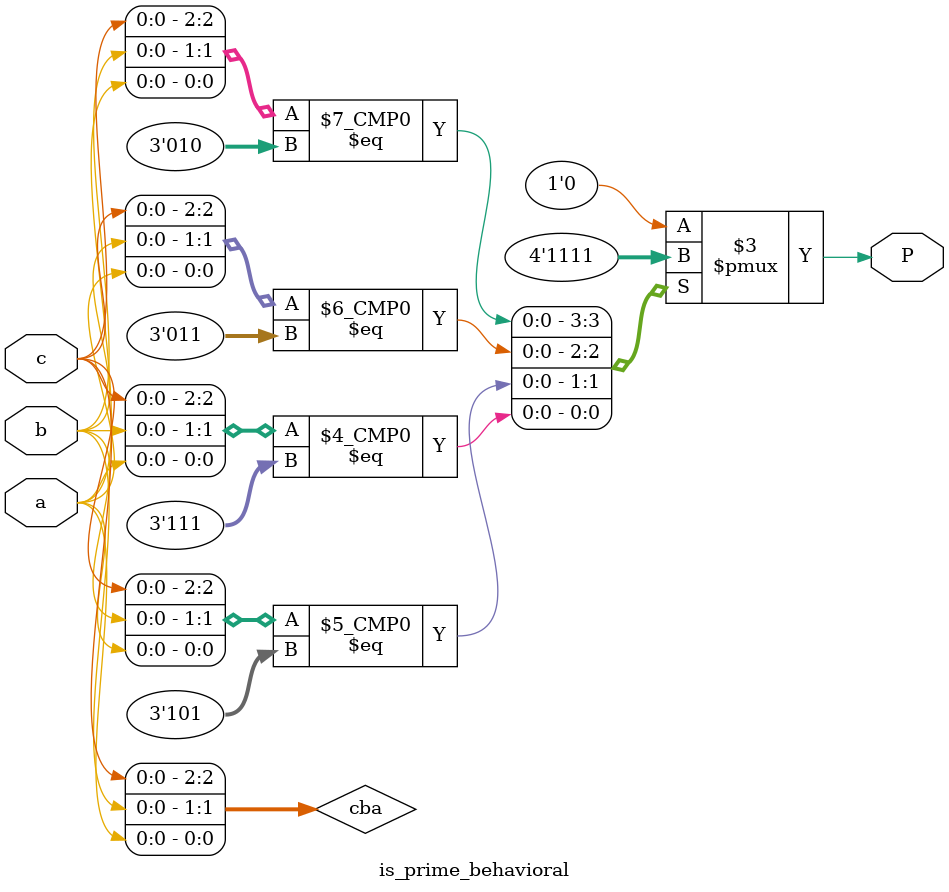
<source format=v>
/*
    if input is prime (2, 3, 5, 7)
        return 1
    else
        return 0
*/

module is_prime_behavioral(
    input c,
    input b,
    input a,
    output reg P
  );

  wire [2:0] cba;

  assign cba = {c, b, a};

  always @ (cba)
  case (cba)
    3'd2:
      P = 1'b1;
    3'd3:
      P = 1'b1;
    3'd5:
      P = 1'b1;
    3'd7:
      P = 1'b1;
    default:
      P = 1'b0;
  endcase

endmodule

</source>
